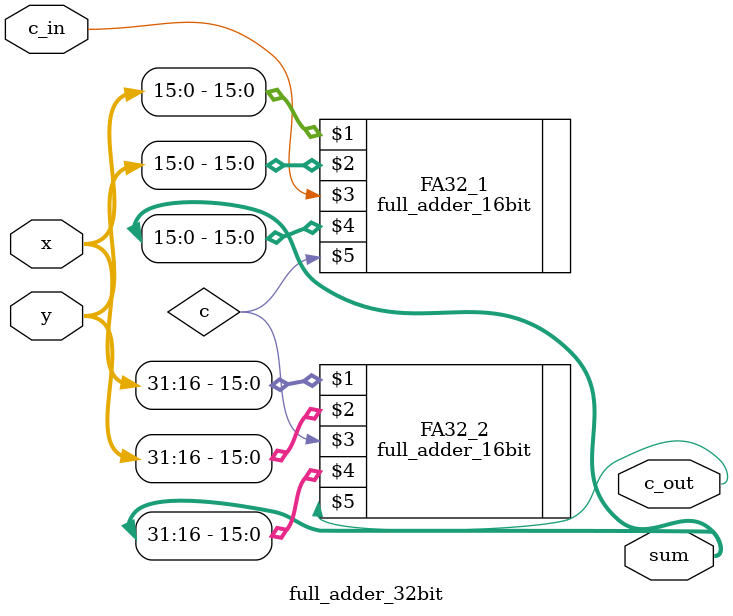
<source format=v>
`timescale 1ns / 1ps


module full_adder_32bit(x, y, c_in, sum, c_out);
input [31:0] x, y;
input c_in;
output [31:0] sum;
output c_out;

wire c;


full_adder_16bit FA32_1(x[15:0], y[15:0], c_in, sum[15:0], c);
full_adder_16bit FA32_2(x[31:16], y[31:16], c, sum[31:16], c_out);

endmodule

</source>
